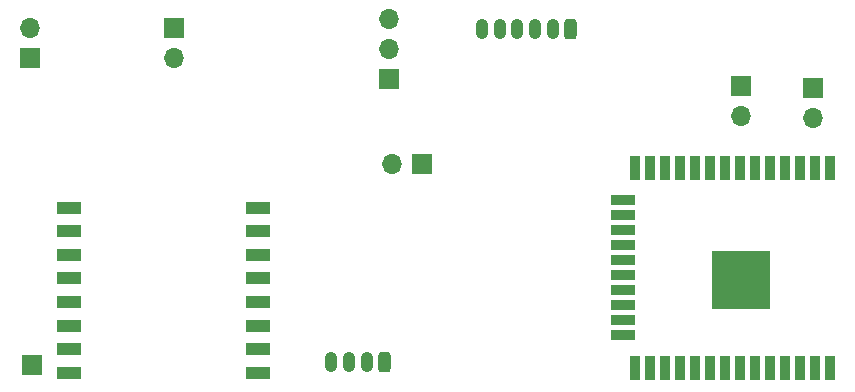
<source format=gbr>
G04 #@! TF.GenerationSoftware,KiCad,Pcbnew,(5.1.9)-1*
G04 #@! TF.CreationDate,2021-01-26T16:41:02+02:00*
G04 #@! TF.ProjectId,jantteri-main,6a616e74-7465-4726-992d-6d61696e2e6b,rev?*
G04 #@! TF.SameCoordinates,Original*
G04 #@! TF.FileFunction,Soldermask,Bot*
G04 #@! TF.FilePolarity,Negative*
%FSLAX46Y46*%
G04 Gerber Fmt 4.6, Leading zero omitted, Abs format (unit mm)*
G04 Created by KiCad (PCBNEW (5.1.9)-1) date 2021-01-26 16:41:02*
%MOMM*%
%LPD*%
G01*
G04 APERTURE LIST*
%ADD10R,5.000000X5.000000*%
%ADD11R,0.900000X2.000000*%
%ADD12R,2.000000X0.900000*%
%ADD13O,1.700000X1.700000*%
%ADD14R,1.700000X1.700000*%
%ADD15O,1.030000X1.730000*%
%ADD16R,2.000000X1.000000*%
G04 APERTURE END LIST*
D10*
X202304000Y-75311000D03*
D11*
X209804000Y-82811000D03*
X208534000Y-82811000D03*
X207264000Y-82811000D03*
X205994000Y-82811000D03*
X204724000Y-82811000D03*
X203454000Y-82811000D03*
X202184000Y-82811000D03*
X200914000Y-82811000D03*
X199644000Y-82811000D03*
X198374000Y-82811000D03*
X197104000Y-82811000D03*
X195834000Y-82811000D03*
X194564000Y-82811000D03*
X193294000Y-82811000D03*
D12*
X192294000Y-80026000D03*
X192294000Y-78756000D03*
X192294000Y-77486000D03*
X192294000Y-76216000D03*
X192294000Y-74946000D03*
X192294000Y-73676000D03*
X192294000Y-72406000D03*
X192294000Y-71136000D03*
X192294000Y-69866000D03*
X192294000Y-68596000D03*
D11*
X193294000Y-65811000D03*
X194564000Y-65811000D03*
X195834000Y-65811000D03*
X197104000Y-65811000D03*
X198374000Y-65811000D03*
X199644000Y-65811000D03*
X200914000Y-65811000D03*
X202184000Y-65811000D03*
X203454000Y-65811000D03*
X204724000Y-65811000D03*
X205994000Y-65811000D03*
X207264000Y-65811000D03*
X208534000Y-65811000D03*
X209804000Y-65811000D03*
D13*
X208407000Y-61595000D03*
D14*
X208407000Y-59055000D03*
D13*
X154305000Y-56515000D03*
D14*
X154305000Y-53975000D03*
X202311000Y-58928000D03*
D13*
X202311000Y-61468000D03*
D14*
X175260000Y-65532000D03*
D13*
X172720000Y-65532000D03*
D14*
X172466000Y-58293000D03*
D13*
X172466000Y-55753000D03*
X172466000Y-53213000D03*
D14*
X142113000Y-56515000D03*
D13*
X142113000Y-53975000D03*
G36*
G01*
X188348000Y-53486997D02*
X188348000Y-54717003D01*
G75*
G02*
X188098003Y-54967000I-249997J0D01*
G01*
X187567997Y-54967000D01*
G75*
G02*
X187318000Y-54717003I0J249997D01*
G01*
X187318000Y-53486997D01*
G75*
G02*
X187567997Y-53237000I249997J0D01*
G01*
X188098003Y-53237000D01*
G75*
G02*
X188348000Y-53486997I0J-249997D01*
G01*
G37*
D15*
X186333000Y-54102000D03*
X184833000Y-54102000D03*
X183333000Y-54102000D03*
X181833000Y-54102000D03*
X180333000Y-54102000D03*
G36*
G01*
X172600000Y-81680997D02*
X172600000Y-82911003D01*
G75*
G02*
X172350003Y-83161000I-249997J0D01*
G01*
X171819997Y-83161000D01*
G75*
G02*
X171570000Y-82911003I0J249997D01*
G01*
X171570000Y-81680997D01*
G75*
G02*
X171819997Y-81431000I249997J0D01*
G01*
X172350003Y-81431000D01*
G75*
G02*
X172600000Y-81680997I0J-249997D01*
G01*
G37*
X170585000Y-82296000D03*
X169085000Y-82296000D03*
X167585000Y-82296000D03*
D14*
X142240000Y-82550000D03*
D16*
X161416000Y-69200000D03*
X161416000Y-71200000D03*
X161416000Y-73200000D03*
X161416000Y-75200000D03*
X161416000Y-77200000D03*
X161416000Y-79200000D03*
X161416000Y-81200000D03*
X161416000Y-83200000D03*
X145416000Y-83200000D03*
X145416000Y-81200000D03*
X145416000Y-79200000D03*
X145416000Y-77200000D03*
X145416000Y-75200000D03*
X145416000Y-73200000D03*
X145416000Y-71200000D03*
X145416000Y-69200000D03*
M02*

</source>
